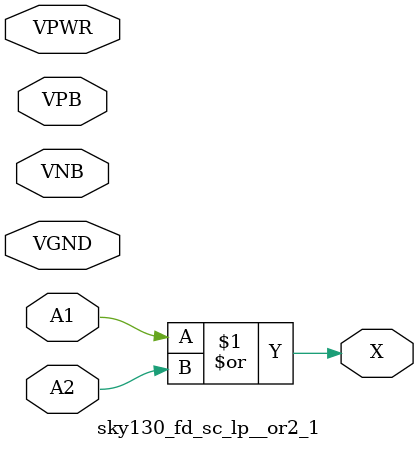
<source format=v>

module sky130_fd_sc_lp__a32o_4 (
    output X   ,
    input  A1  ,
    input  A2  ,
    input  A3  ,
    input  B1  ,
    input  B2  ,
    input  VPWR,
    input  VGND,
    input  VPB ,
    input  VNB
);

    sky130_fd_sc_lp__a32o_1 _0_ (
        .X   (X   ),
        .A1  (A1  ),
        .A2  (A2  ),
        .A3  (A3  ),
        .B1  (B1  ),
        .B2  (B2  ),
        .VPWR(VPWR),
        .VGND(VGND),
        .VPB(VPB ),
        .VNB(VNB )
    );

endmodule
module sky130_fd_sc_lp__a32o_1 (
    output X   ,
    input  A1  ,
    input  A2  ,
    input  A3  ,
    input  B1  ,
    input  B2  ,
    input  VPWR,
    input  VGND,
    input  VPB ,
    input  VNB
);

    sky130_fd_sc_lp__a31o_1 _0_ (
        .X   (X   ),
        .A1  (A1  ),
        .A2  (A2  ),
        .A3  (A3  ),
        .B1  (B1  ),
        .B2  (B2  ),
        .VPWR(VPWR),
        .VGND(VGND),
        .VPB(VPB ),
        .VNB(VNB )
    );

endmodule
module sky130_fd_sc_lp__a31o_1 (
    output X   ,
    input  A1  ,
    input  A2  ,
    input  A3  ,
    input  B1  ,
    input  B2  ,
    input  VPWR,
    input  VGND,
    input  VPB ,
    input  VNB
);
    wire s1a,s1b,s2a,s2b;
    sky130_fd_sc_lp__a21o_1 _0_ (
        .X   (s1a),
        .A1  (A1  ),
        .A2  (A2  ),
        .B1  (B1  ),
        .VPWR(VPWR),
        .VGND(VGND),
        .VPB(VPB ),
        .VNB(VNB )
    );

    sky130_fd_sc_lp__a21o_1 _1_ (
        .X   (s1b),
        .A1  (A3  ),
        .A2  (B2  ),
        .B1  (s1a),
        .VPWR(VPWR),
        .VGND(VGND),
        .VPB(VPB ),
        .VNB(VNB )
    );

    sky130_fd_sc_lp__a21o_1 _2_ (
        .X   (s2a),
        .A1  (A1  ),
        .A2  (A2  ),
        .B1  (B2  ),
        .VPWR(VPWR),
        .VGND(VGND),
        .VPB(VPB ),
        .VNB(VNB )
    );

    sky130_fd_sc_lp__a21o_1 _3_ (
        .X   (s2b),
        .A1  (A3  ),
        .A2  (B1  ),
        .B1  (s2a),
        .VPWR(VPWR),
        .VGND(VGND),
        .VPB(VPB ),
        .VNB(VNB )
    );

    sky130_fd_sc_lp__or2_1 _4_ (
        .X   (X  ),
        .A1  (s1b ),
        .A2  (s2b ),
        .VPWR(VPWR),
        .VGND(VGND),
        .VPB(VPB ),
        .VNB(VNB )
    );
endmodule
module sky130_fd_sc_lp__a21o_1 (
    output X   ,
    input  A1  ,
    input  A2  ,
    input  B1  ,
    input  VPWR,
    input  VGND,
    input  VPB ,
    input  VNB
);

    assign X   = A1 ^ (A2 & B1);

endmodule
module sky130_fd_sc_lp__or2_1 (
    output X   ,
    input  A1  ,
    input  A2  ,
    input  VPWR,
    input  VGND,
    input  VPB ,
    input  VNB
);

    assign X   = A1 | A2;

endmodule
</source>
